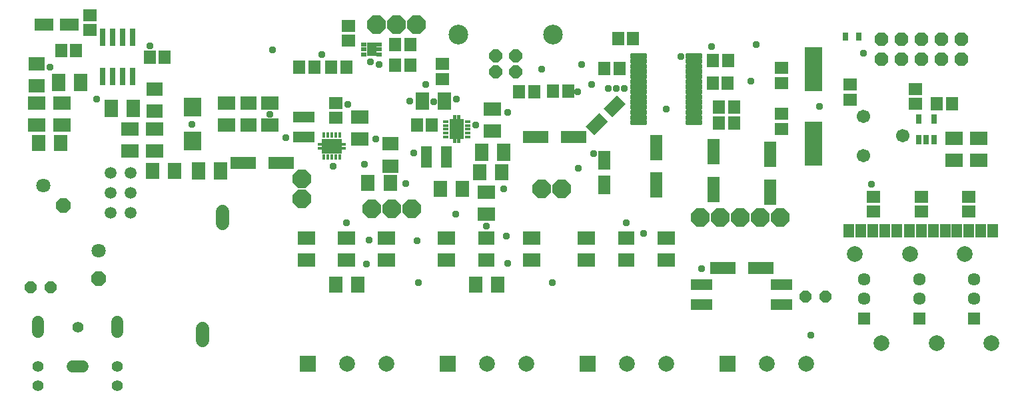
<source format=gbr>
G04 EAGLE Gerber RS-274X export*
G75*
%MOMM*%
%FSLAX34Y34*%
%LPD*%
%INSoldermask Top*%
%IPPOS*%
%AMOC8*
5,1,8,0,0,1.08239X$1,22.5*%
G01*
%ADD10R,3.203200X1.603200*%
%ADD11R,1.603200X3.203200*%
%ADD12R,1.503200X1.703200*%
%ADD13R,2.003200X1.803200*%
%ADD14R,1.803200X2.003200*%
%ADD15R,1.703200X1.503200*%
%ADD16R,1.603200X2.403200*%
%ADD17R,2.323200X2.483200*%
%ADD18R,0.700000X1.275000*%
%ADD19P,1.649562X8X202.500000*%
%ADD20R,2.203200X1.803200*%
%ADD21R,2.743200X1.473200*%
%ADD22R,1.803200X2.203200*%
%ADD23C,1.701800*%
%ADD24R,1.803200X2.006200*%
%ADD25R,2.006200X1.803200*%
%ADD26R,1.473200X2.743200*%
%ADD27C,0.321103*%
%ADD28R,0.380000X0.740000*%
%ADD29R,0.740000X0.380000*%
%ADD30R,2.203200X5.703200*%
%ADD31P,1.798066X8X202.500000*%
%ADD32C,2.503200*%
%ADD33C,1.611200*%
%ADD34R,1.611200X1.611200*%
%ADD35C,2.003200*%
%ADD36P,2.556822X8X202.500000*%
%ADD37P,1.869504X8X202.500000*%
%ADD38R,0.803200X1.003200*%
%ADD39R,2.003200X2.003200*%
%ADD40P,1.649562X8X22.500000*%
%ADD41P,2.556822X8X22.500000*%
%ADD42R,0.653200X0.503200*%
%ADD43R,1.203200X1.803200*%
%ADD44R,2.403200X1.603200*%
%ADD45R,1.371600X1.803400*%
%ADD46P,1.951982X8X337.500000*%
%ADD47C,1.803400*%
%ADD48C,1.511200*%
%ADD49C,1.403200*%
%ADD50P,2.556822X8X292.500000*%
%ADD51R,0.762000X2.184400*%
%ADD52P,2.556822X8X112.500000*%
%ADD53P,1.951982X8X292.500000*%
%ADD54C,1.498600*%
%ADD55C,1.711200*%
%ADD56C,0.959600*%

G36*
X431847Y305997D02*
X431847Y305997D01*
X431842Y306004D01*
X431849Y306010D01*
X431849Y310461D01*
X436800Y310461D01*
X436847Y310497D01*
X436842Y310504D01*
X436849Y310510D01*
X436849Y314410D01*
X436813Y314457D01*
X436806Y314452D01*
X436800Y314459D01*
X431849Y314459D01*
X431849Y315461D01*
X436800Y315461D01*
X436847Y315497D01*
X436845Y315500D01*
X436847Y315502D01*
X436844Y315506D01*
X436849Y315510D01*
X436849Y319410D01*
X436813Y319457D01*
X436806Y319452D01*
X436800Y319459D01*
X431849Y319459D01*
X431849Y323910D01*
X431813Y323957D01*
X431806Y323952D01*
X431800Y323959D01*
X406400Y323959D01*
X406353Y323923D01*
X406358Y323916D01*
X406351Y323910D01*
X406351Y319459D01*
X401400Y319459D01*
X401353Y319423D01*
X401355Y319421D01*
X401353Y319419D01*
X401356Y319414D01*
X401351Y319410D01*
X401351Y315510D01*
X401387Y315463D01*
X401394Y315468D01*
X401400Y315461D01*
X406351Y315461D01*
X406351Y314459D01*
X401400Y314459D01*
X401353Y314423D01*
X401358Y314416D01*
X401351Y314410D01*
X401351Y310510D01*
X401387Y310463D01*
X401394Y310468D01*
X401400Y310461D01*
X406351Y310461D01*
X406351Y306010D01*
X406387Y305963D01*
X406394Y305968D01*
X406400Y305961D01*
X431800Y305961D01*
X431847Y305997D01*
G37*
G36*
X577347Y318837D02*
X577347Y318837D01*
X577342Y318844D01*
X577349Y318850D01*
X577349Y323801D01*
X578351Y323801D01*
X578351Y318850D01*
X578387Y318803D01*
X578394Y318808D01*
X578400Y318801D01*
X582300Y318801D01*
X582347Y318837D01*
X582342Y318844D01*
X582349Y318850D01*
X582349Y323801D01*
X586800Y323801D01*
X586847Y323837D01*
X586842Y323844D01*
X586849Y323850D01*
X586849Y349250D01*
X586813Y349297D01*
X586806Y349292D01*
X586800Y349299D01*
X582349Y349299D01*
X582349Y354250D01*
X582313Y354297D01*
X582306Y354292D01*
X582300Y354299D01*
X578400Y354299D01*
X578353Y354263D01*
X578358Y354256D01*
X578351Y354250D01*
X578351Y349299D01*
X577349Y349299D01*
X577349Y354250D01*
X577313Y354297D01*
X577306Y354292D01*
X577300Y354299D01*
X573400Y354299D01*
X573353Y354263D01*
X573358Y354256D01*
X573351Y354250D01*
X573351Y349299D01*
X568900Y349299D01*
X568853Y349263D01*
X568858Y349256D01*
X568851Y349250D01*
X568851Y323850D01*
X568887Y323803D01*
X568894Y323808D01*
X568900Y323801D01*
X573351Y323801D01*
X573351Y318850D01*
X573387Y318803D01*
X573394Y318808D01*
X573400Y318801D01*
X577300Y318801D01*
X577347Y318837D01*
G37*
D10*
X306708Y293878D03*
X354708Y293878D03*
D11*
X831850Y265560D03*
X831850Y313560D03*
X904240Y259718D03*
X904240Y307718D03*
X976122Y256670D03*
X976122Y304670D03*
D12*
X499770Y418592D03*
X518770Y418592D03*
D13*
X793750Y170150D03*
X793750Y198150D03*
D14*
X452150Y138430D03*
X424150Y138430D03*
D13*
X615950Y170150D03*
X615950Y198150D03*
D14*
X607030Y281940D03*
X635030Y281940D03*
X557500Y260350D03*
X585500Y260350D03*
D15*
X424180Y351180D03*
X424180Y370180D03*
D14*
X629950Y138430D03*
X601950Y138430D03*
D16*
X765556Y265432D03*
X765556Y297432D03*
D12*
X546456Y341630D03*
X527456Y341630D03*
D13*
X313690Y369600D03*
X313690Y341600D03*
D12*
X903630Y424180D03*
X922630Y424180D03*
X903376Y395224D03*
X922376Y395224D03*
D15*
X990600Y395630D03*
X990600Y414630D03*
X991108Y356210D03*
X991108Y337210D03*
D12*
X911504Y365252D03*
X930504Y365252D03*
X911504Y344932D03*
X930504Y344932D03*
D10*
X678564Y326390D03*
X726564Y326390D03*
D12*
X784708Y414274D03*
X765708Y414274D03*
D17*
X242570Y364550D03*
X242570Y321250D03*
D18*
X1165250Y349675D03*
X1184250Y349675D03*
X1165250Y323425D03*
X1174750Y323425D03*
X1184250Y323425D03*
D19*
X1046480Y123190D03*
X1021080Y123190D03*
D12*
X782980Y452120D03*
X801980Y452120D03*
D15*
X1077722Y393294D03*
X1077722Y374294D03*
D20*
X454660Y351820D03*
X454660Y323820D03*
X673100Y198150D03*
X673100Y170150D03*
X565150Y170150D03*
X565150Y198150D03*
X488950Y198150D03*
X488950Y170150D03*
X387350Y170150D03*
X387350Y198150D03*
X844550Y198150D03*
X844550Y170150D03*
D12*
X676250Y384048D03*
X657250Y384048D03*
D20*
X742950Y170150D03*
X742950Y198150D03*
X438150Y170150D03*
X438150Y198150D03*
D21*
X991108Y113284D03*
X991108Y138684D03*
X888746Y138430D03*
X888746Y113030D03*
D20*
X623570Y333980D03*
X623570Y361980D03*
D22*
X637570Y307340D03*
X609570Y307340D03*
D20*
X1241298Y325404D03*
X1241298Y297404D03*
X1210310Y297150D03*
X1210310Y325150D03*
D12*
X1207364Y369062D03*
X1188364Y369062D03*
D15*
X560070Y419710D03*
X560070Y400710D03*
D20*
X615950Y256570D03*
X615950Y228570D03*
D22*
X534640Y372110D03*
X562640Y372110D03*
D23*
X1094740Y353060D03*
X1144778Y328168D03*
X1094740Y303022D03*
D24*
X465078Y267970D03*
X493518Y267970D03*
D25*
X494030Y289564D03*
X494030Y318004D03*
D21*
X383540Y351790D03*
X383540Y326390D03*
D26*
X539750Y300990D03*
X565150Y300990D03*
D22*
X278160Y283210D03*
X250160Y283210D03*
D20*
X285750Y369600D03*
X285750Y341600D03*
X340360Y369600D03*
X340360Y341600D03*
D15*
X1168146Y231800D03*
X1168146Y250800D03*
X1228852Y231800D03*
X1228852Y250800D03*
X1107440Y231800D03*
X1107440Y250800D03*
D12*
X700430Y385064D03*
X719430Y385064D03*
X396850Y415798D03*
X377850Y415798D03*
X437490Y415798D03*
X418490Y415798D03*
D27*
X800589Y427789D02*
X818411Y427789D01*
X800589Y427789D02*
X800589Y431411D01*
X818411Y431411D01*
X818411Y427789D01*
X818411Y430839D02*
X800589Y430839D01*
X800589Y421289D02*
X818411Y421289D01*
X800589Y421289D02*
X800589Y424911D01*
X818411Y424911D01*
X818411Y421289D01*
X818411Y424339D02*
X800589Y424339D01*
X800589Y414789D02*
X818411Y414789D01*
X800589Y414789D02*
X800589Y418411D01*
X818411Y418411D01*
X818411Y414789D01*
X818411Y417839D02*
X800589Y417839D01*
X800589Y408289D02*
X818411Y408289D01*
X800589Y408289D02*
X800589Y411911D01*
X818411Y411911D01*
X818411Y408289D01*
X818411Y411339D02*
X800589Y411339D01*
X800589Y401789D02*
X818411Y401789D01*
X800589Y401789D02*
X800589Y405411D01*
X818411Y405411D01*
X818411Y401789D01*
X818411Y404839D02*
X800589Y404839D01*
X800589Y395289D02*
X818411Y395289D01*
X800589Y395289D02*
X800589Y398911D01*
X818411Y398911D01*
X818411Y395289D01*
X818411Y398339D02*
X800589Y398339D01*
X800589Y388789D02*
X818411Y388789D01*
X800589Y388789D02*
X800589Y392411D01*
X818411Y392411D01*
X818411Y388789D01*
X818411Y391839D02*
X800589Y391839D01*
X800589Y382289D02*
X818411Y382289D01*
X800589Y382289D02*
X800589Y385911D01*
X818411Y385911D01*
X818411Y382289D01*
X818411Y385339D02*
X800589Y385339D01*
X800589Y375789D02*
X818411Y375789D01*
X800589Y375789D02*
X800589Y379411D01*
X818411Y379411D01*
X818411Y375789D01*
X818411Y378839D02*
X800589Y378839D01*
X800589Y369289D02*
X818411Y369289D01*
X800589Y369289D02*
X800589Y372911D01*
X818411Y372911D01*
X818411Y369289D01*
X818411Y372339D02*
X800589Y372339D01*
X800589Y362789D02*
X818411Y362789D01*
X800589Y362789D02*
X800589Y366411D01*
X818411Y366411D01*
X818411Y362789D01*
X818411Y365839D02*
X800589Y365839D01*
X800589Y356289D02*
X818411Y356289D01*
X800589Y356289D02*
X800589Y359911D01*
X818411Y359911D01*
X818411Y356289D01*
X818411Y359339D02*
X800589Y359339D01*
X800589Y349789D02*
X818411Y349789D01*
X800589Y349789D02*
X800589Y353411D01*
X818411Y353411D01*
X818411Y349789D01*
X818411Y352839D02*
X800589Y352839D01*
X800589Y343289D02*
X818411Y343289D01*
X800589Y343289D02*
X800589Y346911D01*
X818411Y346911D01*
X818411Y343289D01*
X818411Y346339D02*
X800589Y346339D01*
X870689Y343289D02*
X888511Y343289D01*
X870689Y343289D02*
X870689Y346911D01*
X888511Y346911D01*
X888511Y343289D01*
X888511Y346339D02*
X870689Y346339D01*
X870689Y349789D02*
X888511Y349789D01*
X870689Y349789D02*
X870689Y353411D01*
X888511Y353411D01*
X888511Y349789D01*
X888511Y352839D02*
X870689Y352839D01*
X870689Y356289D02*
X888511Y356289D01*
X870689Y356289D02*
X870689Y359911D01*
X888511Y359911D01*
X888511Y356289D01*
X888511Y359339D02*
X870689Y359339D01*
X870689Y362789D02*
X888511Y362789D01*
X870689Y362789D02*
X870689Y366411D01*
X888511Y366411D01*
X888511Y362789D01*
X888511Y365839D02*
X870689Y365839D01*
X870689Y369289D02*
X888511Y369289D01*
X870689Y369289D02*
X870689Y372911D01*
X888511Y372911D01*
X888511Y369289D01*
X888511Y372339D02*
X870689Y372339D01*
X870689Y375789D02*
X888511Y375789D01*
X870689Y375789D02*
X870689Y379411D01*
X888511Y379411D01*
X888511Y375789D01*
X888511Y378839D02*
X870689Y378839D01*
X870689Y382289D02*
X888511Y382289D01*
X870689Y382289D02*
X870689Y385911D01*
X888511Y385911D01*
X888511Y382289D01*
X888511Y385339D02*
X870689Y385339D01*
X870689Y388789D02*
X888511Y388789D01*
X870689Y388789D02*
X870689Y392411D01*
X888511Y392411D01*
X888511Y388789D01*
X888511Y391839D02*
X870689Y391839D01*
X870689Y395289D02*
X888511Y395289D01*
X870689Y395289D02*
X870689Y398911D01*
X888511Y398911D01*
X888511Y395289D01*
X888511Y398339D02*
X870689Y398339D01*
X870689Y401789D02*
X888511Y401789D01*
X870689Y401789D02*
X870689Y405411D01*
X888511Y405411D01*
X888511Y401789D01*
X888511Y404839D02*
X870689Y404839D01*
X870689Y408289D02*
X888511Y408289D01*
X870689Y408289D02*
X870689Y411911D01*
X888511Y411911D01*
X888511Y408289D01*
X888511Y411339D02*
X870689Y411339D01*
X870689Y414789D02*
X888511Y414789D01*
X870689Y414789D02*
X870689Y418411D01*
X888511Y418411D01*
X888511Y414789D01*
X888511Y417839D02*
X870689Y417839D01*
X870689Y421289D02*
X888511Y421289D01*
X870689Y421289D02*
X870689Y424911D01*
X888511Y424911D01*
X888511Y421289D01*
X888511Y424339D02*
X870689Y424339D01*
X870689Y427789D02*
X888511Y427789D01*
X870689Y427789D02*
X870689Y431411D01*
X888511Y431411D01*
X888511Y427789D01*
X888511Y430839D02*
X870689Y430839D01*
D28*
X429100Y328960D03*
X424100Y328960D03*
X419100Y328960D03*
X414100Y328960D03*
X409100Y328960D03*
X409100Y300960D03*
X414100Y300960D03*
X419100Y300960D03*
X424100Y300960D03*
X429100Y300960D03*
D29*
X563850Y346550D03*
X563850Y341550D03*
X563850Y336550D03*
X563850Y331550D03*
X563850Y326550D03*
X591850Y326550D03*
X591850Y331550D03*
X591850Y336550D03*
X591850Y341550D03*
X591850Y346550D03*
D30*
X1031240Y318260D03*
X1031240Y413260D03*
D31*
X627500Y410100D03*
X652500Y410100D03*
X652500Y430100D03*
X627500Y430100D03*
D32*
X700200Y457200D03*
X579800Y457200D03*
D33*
X1096010Y120650D03*
X1096010Y145650D03*
D34*
X1096010Y95650D03*
D35*
X1118010Y64650D03*
X1084010Y177650D03*
D33*
X1235710Y120650D03*
X1235710Y145650D03*
D34*
X1235710Y95650D03*
D35*
X1257710Y64650D03*
X1223710Y177650D03*
D33*
X1165860Y120650D03*
X1165860Y145650D03*
D34*
X1165860Y95650D03*
D35*
X1187860Y64650D03*
X1153860Y177650D03*
D36*
X912876Y224282D03*
X963676Y224282D03*
X527050Y469900D03*
D37*
X1219200Y450850D03*
X1219200Y425450D03*
X1193800Y450850D03*
X1193800Y425450D03*
X1168400Y450850D03*
X1168400Y425450D03*
X1143000Y450850D03*
X1143000Y425450D03*
X1117600Y450850D03*
X1117600Y425450D03*
D12*
X518770Y444500D03*
X499770Y444500D03*
D38*
X1072270Y454660D03*
X1089270Y454660D03*
D15*
X1161288Y368960D03*
X1161288Y387960D03*
D35*
X438620Y38100D03*
D39*
X388620Y38100D03*
D35*
X488620Y38100D03*
X616420Y38100D03*
D39*
X566420Y38100D03*
D35*
X666420Y38100D03*
X794220Y38100D03*
D39*
X744220Y38100D03*
D35*
X844220Y38100D03*
X972020Y38100D03*
D39*
X922020Y38100D03*
D35*
X1022020Y38100D03*
D10*
X964562Y159766D03*
X916562Y159766D03*
D40*
X36830Y135128D03*
X62230Y135128D03*
D12*
X75336Y436880D03*
X94336Y436880D03*
D36*
X887476Y224282D03*
D41*
X501650Y469900D03*
D36*
X685800Y260350D03*
D41*
X476250Y469900D03*
D36*
X495300Y234950D03*
X520700Y234950D03*
X711200Y260350D03*
D41*
X989076Y224282D03*
D36*
X469900Y234950D03*
D42*
X460150Y444650D03*
X460150Y438150D03*
X460150Y431650D03*
X479650Y431650D03*
X479650Y438150D03*
X479650Y444650D03*
D43*
X469900Y438150D03*
D44*
G36*
X770184Y346098D02*
X753192Y329106D01*
X741856Y340442D01*
X758848Y357434D01*
X770184Y346098D01*
G37*
G36*
X792812Y368726D02*
X775820Y351734D01*
X764484Y363070D01*
X781476Y380062D01*
X792812Y368726D01*
G37*
D15*
X440182Y468224D03*
X440182Y449224D03*
D45*
X1137412Y207772D03*
X1122172Y207772D03*
X1106932Y207772D03*
X1091692Y207772D03*
X1076452Y207772D03*
X1259332Y207772D03*
X1244092Y207772D03*
X1228852Y207772D03*
X1213612Y207772D03*
X1198626Y207772D03*
X1183386Y207772D03*
X1168146Y207772D03*
X1152906Y207772D03*
D41*
X938276Y224282D03*
D15*
X111506Y462686D03*
X111506Y481686D03*
D44*
X53850Y470154D03*
X85850Y470154D03*
D46*
X78104Y239396D03*
D47*
X52960Y264540D03*
D48*
X89720Y34798D02*
X102800Y34798D01*
X146260Y78258D02*
X146260Y91338D01*
X46260Y91338D02*
X46260Y78258D01*
D49*
X46260Y9798D03*
X46260Y34798D03*
X96260Y84798D03*
X146260Y9798D03*
X146260Y34798D03*
D50*
X381000Y247650D03*
D51*
X127762Y404114D03*
X140462Y404114D03*
X153162Y404114D03*
X165862Y404114D03*
X165862Y453390D03*
X153162Y453390D03*
X140462Y453390D03*
X127762Y453390D03*
D22*
X166654Y363220D03*
X138654Y363220D03*
X72360Y396494D03*
X100360Y396494D03*
D52*
X381000Y273050D03*
D53*
X123190Y146304D03*
D47*
X123190Y181864D03*
D20*
X162560Y308580D03*
X162560Y336580D03*
X44450Y341600D03*
X44450Y369600D03*
D12*
X207112Y427990D03*
X188112Y427990D03*
D54*
X138430Y280924D03*
X138430Y255524D03*
X138430Y230124D03*
X163830Y280924D03*
X163830Y255524D03*
X163830Y230124D03*
D55*
X255000Y82724D02*
X255000Y67644D01*
X280000Y216644D02*
X280000Y231724D01*
D20*
X194310Y308580D03*
X194310Y336580D03*
X76200Y341600D03*
X76200Y369600D03*
D13*
X194310Y359380D03*
X194310Y387380D03*
X44450Y392116D03*
X44450Y420116D03*
D14*
X191232Y283972D03*
X219232Y283972D03*
X46422Y319532D03*
X74422Y319532D03*
D56*
X466598Y195834D03*
X577088Y228854D03*
X641350Y200660D03*
X463550Y165100D03*
X642366Y165862D03*
X461010Y292100D03*
X958850Y444500D03*
X548894Y371602D03*
X241300Y342900D03*
X844550Y361950D03*
X1038860Y365760D03*
X529590Y140970D03*
X699770Y140970D03*
X1028192Y74676D03*
X637540Y260350D03*
X749300Y393700D03*
X951992Y397510D03*
X1094486Y433578D03*
X731520Y384048D03*
X685800Y412750D03*
X468630Y422656D03*
X344170Y437642D03*
X340360Y355346D03*
X815340Y204216D03*
X527558Y195072D03*
X889000Y158750D03*
X732790Y286766D03*
X61214Y416052D03*
X120650Y374650D03*
X439166Y368300D03*
X406400Y431800D03*
X862584Y429514D03*
X479552Y419100D03*
X1104646Y266954D03*
X770890Y388620D03*
X781050Y388422D03*
X791210Y388620D03*
X751840Y305788D03*
X523240Y306070D03*
X518160Y372110D03*
X538480Y393418D03*
X187960Y442722D03*
X474726Y323850D03*
X361188Y325628D03*
X438150Y217170D03*
X615950Y213360D03*
X793750Y217170D03*
X642620Y358140D03*
X577850Y374650D03*
X601980Y341630D03*
X513588Y267716D03*
X420930Y289814D03*
X901700Y441960D03*
X736600Y419100D03*
M02*

</source>
